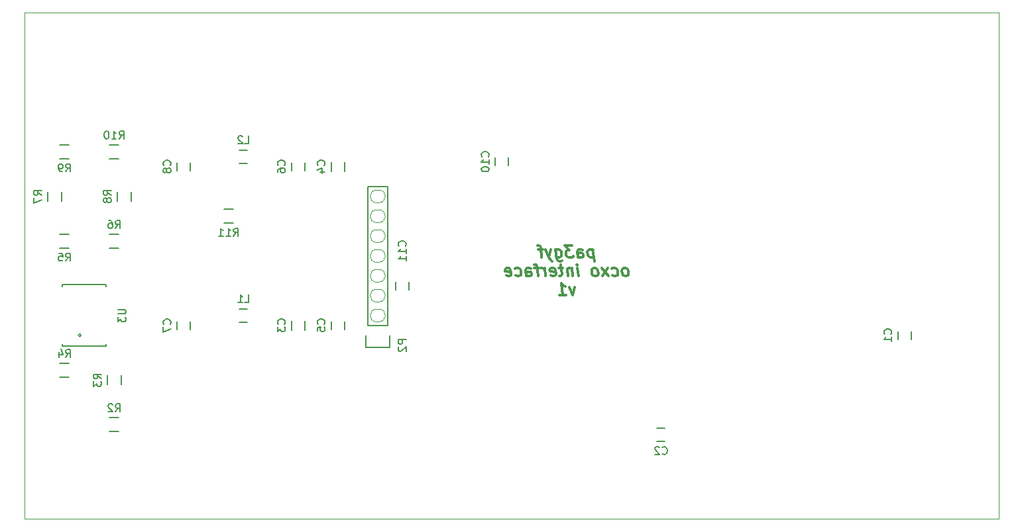
<source format=gbr>
G04 #@! TF.FileFunction,Legend,Bot*
%FSLAX46Y46*%
G04 Gerber Fmt 4.6, Leading zero omitted, Abs format (unit mm)*
G04 Created by KiCad (PCBNEW (after 2015-mar-04 BZR unknown)-product) date Mon 31 Oct 2016 03:55:16 PM CET*
%MOMM*%
G01*
G04 APERTURE LIST*
%ADD10C,0.100000*%
%ADD11C,0.300000*%
%ADD12C,0.150000*%
G04 APERTURE END LIST*
D10*
D11*
X122732678Y-80463571D02*
X122920178Y-81963571D01*
X122741607Y-80535000D02*
X122589821Y-80463571D01*
X122304107Y-80463571D01*
X122170179Y-80535000D01*
X122107679Y-80606429D01*
X122054107Y-80749286D01*
X122107678Y-81177857D01*
X122196964Y-81320714D01*
X122277322Y-81392143D01*
X122429107Y-81463571D01*
X122714821Y-81463571D01*
X122848750Y-81392143D01*
X120857678Y-81463571D02*
X120759464Y-80677857D01*
X120813036Y-80535000D01*
X120946964Y-80463571D01*
X121232678Y-80463571D01*
X121384464Y-80535000D01*
X120848750Y-81392143D02*
X121000535Y-81463571D01*
X121357678Y-81463571D01*
X121491607Y-81392143D01*
X121545179Y-81249286D01*
X121527322Y-81106429D01*
X121438035Y-80963571D01*
X121286250Y-80892143D01*
X120929107Y-80892143D01*
X120777321Y-80820714D01*
X120098749Y-79963571D02*
X119170178Y-79963571D01*
X119741607Y-80535000D01*
X119527321Y-80535000D01*
X119393393Y-80606429D01*
X119330892Y-80677857D01*
X119277321Y-80820714D01*
X119321964Y-81177857D01*
X119411249Y-81320714D01*
X119491607Y-81392143D01*
X119643392Y-81463571D01*
X120071964Y-81463571D01*
X120205893Y-81392143D01*
X120268392Y-81320714D01*
X117946964Y-80463571D02*
X118098750Y-81677857D01*
X118188036Y-81820714D01*
X118268393Y-81892143D01*
X118420178Y-81963571D01*
X118634464Y-81963571D01*
X118768393Y-81892143D01*
X118063036Y-81392143D02*
X118214821Y-81463571D01*
X118500535Y-81463571D01*
X118634465Y-81392143D01*
X118696964Y-81320714D01*
X118750536Y-81177857D01*
X118696965Y-80749286D01*
X118607679Y-80606429D01*
X118527322Y-80535000D01*
X118375535Y-80463571D01*
X118089821Y-80463571D01*
X117955893Y-80535000D01*
X117375535Y-80463571D02*
X117143392Y-81463571D01*
X116661250Y-80463571D02*
X117143392Y-81463571D01*
X117330893Y-81820714D01*
X117411250Y-81892143D01*
X117563035Y-81963571D01*
X116304107Y-80463571D02*
X115732678Y-80463571D01*
X116214821Y-81463571D02*
X116054107Y-80177857D01*
X115964822Y-80035000D01*
X115813035Y-79963571D01*
X115670178Y-79963571D01*
X127036249Y-83863571D02*
X127170179Y-83792143D01*
X127232678Y-83720714D01*
X127286250Y-83577857D01*
X127232679Y-83149286D01*
X127143393Y-83006429D01*
X127063036Y-82935000D01*
X126911249Y-82863571D01*
X126696964Y-82863571D01*
X126563036Y-82935000D01*
X126500536Y-83006429D01*
X126446964Y-83149286D01*
X126500535Y-83577857D01*
X126589821Y-83720714D01*
X126670179Y-83792143D01*
X126821964Y-83863571D01*
X127036249Y-83863571D01*
X125241607Y-83792143D02*
X125393392Y-83863571D01*
X125679106Y-83863571D01*
X125813036Y-83792143D01*
X125875535Y-83720714D01*
X125929107Y-83577857D01*
X125875536Y-83149286D01*
X125786250Y-83006429D01*
X125705893Y-82935000D01*
X125554106Y-82863571D01*
X125268392Y-82863571D01*
X125134464Y-82935000D01*
X124750535Y-83863571D02*
X123839821Y-82863571D01*
X124625535Y-82863571D02*
X123964821Y-83863571D01*
X123179106Y-83863571D02*
X123313036Y-83792143D01*
X123375535Y-83720714D01*
X123429107Y-83577857D01*
X123375536Y-83149286D01*
X123286250Y-83006429D01*
X123205893Y-82935000D01*
X123054106Y-82863571D01*
X122839821Y-82863571D01*
X122705893Y-82935000D01*
X122643393Y-83006429D01*
X122589821Y-83149286D01*
X122643392Y-83577857D01*
X122732678Y-83720714D01*
X122813036Y-83792143D01*
X122964821Y-83863571D01*
X123179106Y-83863571D01*
X120893392Y-83863571D02*
X120768392Y-82863571D01*
X120705892Y-82363571D02*
X120786250Y-82435000D01*
X120723750Y-82506429D01*
X120643393Y-82435000D01*
X120705892Y-82363571D01*
X120723750Y-82506429D01*
X120054106Y-82863571D02*
X120179106Y-83863571D01*
X120071964Y-83006429D02*
X119991607Y-82935000D01*
X119839820Y-82863571D01*
X119625535Y-82863571D01*
X119491607Y-82935000D01*
X119438035Y-83077857D01*
X119536249Y-83863571D01*
X118911249Y-82863571D02*
X118339820Y-82863571D01*
X118634463Y-82363571D02*
X118795178Y-83649286D01*
X118741607Y-83792143D01*
X118607677Y-83863571D01*
X118464820Y-83863571D01*
X117384464Y-83792143D02*
X117536249Y-83863571D01*
X117821963Y-83863571D01*
X117955892Y-83792143D01*
X118009464Y-83649286D01*
X117938035Y-83077857D01*
X117848749Y-82935000D01*
X117696963Y-82863571D01*
X117411249Y-82863571D01*
X117277321Y-82935000D01*
X117223749Y-83077857D01*
X117241606Y-83220714D01*
X117973749Y-83363571D01*
X116679106Y-83863571D02*
X116554106Y-82863571D01*
X116589821Y-83149286D02*
X116500536Y-83006429D01*
X116420178Y-82935000D01*
X116268392Y-82863571D01*
X116125535Y-82863571D01*
X115839821Y-82863571D02*
X115268392Y-82863571D01*
X115750535Y-83863571D02*
X115589821Y-82577857D01*
X115500536Y-82435000D01*
X115348749Y-82363571D01*
X115205892Y-82363571D01*
X114250535Y-83863571D02*
X114152321Y-83077857D01*
X114205893Y-82935000D01*
X114339821Y-82863571D01*
X114625535Y-82863571D01*
X114777321Y-82935000D01*
X114241607Y-83792143D02*
X114393392Y-83863571D01*
X114750535Y-83863571D01*
X114884464Y-83792143D01*
X114938036Y-83649286D01*
X114920179Y-83506429D01*
X114830892Y-83363571D01*
X114679107Y-83292143D01*
X114321964Y-83292143D01*
X114170178Y-83220714D01*
X112884464Y-83792143D02*
X113036249Y-83863571D01*
X113321963Y-83863571D01*
X113455893Y-83792143D01*
X113518392Y-83720714D01*
X113571964Y-83577857D01*
X113518393Y-83149286D01*
X113429107Y-83006429D01*
X113348750Y-82935000D01*
X113196963Y-82863571D01*
X112911249Y-82863571D01*
X112777321Y-82935000D01*
X111670179Y-83792143D02*
X111821964Y-83863571D01*
X112107678Y-83863571D01*
X112241607Y-83792143D01*
X112295179Y-83649286D01*
X112223750Y-83077857D01*
X112134464Y-82935000D01*
X111982678Y-82863571D01*
X111696964Y-82863571D01*
X111563036Y-82935000D01*
X111509464Y-83077857D01*
X111527321Y-83220714D01*
X112259464Y-83363571D01*
X120411249Y-85263571D02*
X120179106Y-86263571D01*
X119696964Y-85263571D01*
X118464821Y-86263571D02*
X119321964Y-86263571D01*
X118893392Y-86263571D02*
X118705892Y-84763571D01*
X118875535Y-84977857D01*
X119036250Y-85120714D01*
X119188036Y-85192143D01*
D10*
X50165000Y-114935000D02*
X50165000Y-50165000D01*
X174625000Y-114935000D02*
X50165000Y-114935000D01*
X174625000Y-50165000D02*
X174625000Y-114935000D01*
X50165000Y-50165000D02*
X174625000Y-50165000D01*
D12*
X161710000Y-91940000D02*
X161710000Y-90940000D01*
X163410000Y-90940000D02*
X163410000Y-91940000D01*
X131945000Y-104990000D02*
X130945000Y-104990000D01*
X130945000Y-103290000D02*
X131945000Y-103290000D01*
X85965000Y-90770000D02*
X85965000Y-89570000D01*
X84215000Y-89570000D02*
X84215000Y-90770000D01*
X91045000Y-70450000D02*
X91045000Y-69250000D01*
X89295000Y-69250000D02*
X89295000Y-70450000D01*
X89320000Y-90670000D02*
X89320000Y-89670000D01*
X91020000Y-89670000D02*
X91020000Y-90670000D01*
X84240000Y-70350000D02*
X84240000Y-69350000D01*
X85940000Y-69350000D02*
X85940000Y-70350000D01*
X69635000Y-90670000D02*
X69635000Y-89670000D01*
X71335000Y-89670000D02*
X71335000Y-90670000D01*
X69635000Y-70350000D02*
X69635000Y-69350000D01*
X71335000Y-69350000D02*
X71335000Y-70350000D01*
X110275000Y-69715000D02*
X110275000Y-68715000D01*
X111975000Y-68715000D02*
X111975000Y-69715000D01*
X77605000Y-88050000D02*
X78605000Y-88050000D01*
X78605000Y-89750000D02*
X77605000Y-89750000D01*
X77605000Y-67730000D02*
X78605000Y-67730000D01*
X78605000Y-69430000D02*
X77605000Y-69430000D01*
X93980000Y-90170000D02*
X93980000Y-72390000D01*
X93980000Y-72390000D02*
X96520000Y-72390000D01*
X96520000Y-72390000D02*
X96520000Y-90170000D01*
X93700000Y-92990000D02*
X93700000Y-91440000D01*
X93980000Y-90170000D02*
X96520000Y-90170000D01*
X96800000Y-91440000D02*
X96800000Y-92990000D01*
X96800000Y-92990000D02*
X93700000Y-92990000D01*
X60995000Y-103745000D02*
X62195000Y-103745000D01*
X62195000Y-101995000D02*
X60995000Y-101995000D01*
X62470000Y-97755000D02*
X62470000Y-96555000D01*
X60720000Y-96555000D02*
X60720000Y-97755000D01*
X54645000Y-96760000D02*
X55845000Y-96760000D01*
X55845000Y-95010000D02*
X54645000Y-95010000D01*
X55845000Y-78500000D02*
X54645000Y-78500000D01*
X54645000Y-80250000D02*
X55845000Y-80250000D01*
X60995000Y-80250000D02*
X62195000Y-80250000D01*
X62195000Y-78500000D02*
X60995000Y-78500000D01*
X54850000Y-74260000D02*
X54850000Y-73060000D01*
X53100000Y-73060000D02*
X53100000Y-74260000D01*
X63740000Y-74260000D02*
X63740000Y-73060000D01*
X61990000Y-73060000D02*
X61990000Y-74260000D01*
X55845000Y-67070000D02*
X54645000Y-67070000D01*
X54645000Y-68820000D02*
X55845000Y-68820000D01*
X60995000Y-68820000D02*
X62195000Y-68820000D01*
X62195000Y-67070000D02*
X60995000Y-67070000D01*
X57329605Y-91440000D02*
G75*
G03X57329605Y-91440000I-179605J0D01*
G01*
X60579000Y-84963000D02*
X60579000Y-85217000D01*
X54991000Y-84963000D02*
X54991000Y-85217000D01*
X54991000Y-84963000D02*
X60579000Y-84963000D01*
X54991000Y-92837000D02*
X54991000Y-92583000D01*
X60579000Y-92837000D02*
X60579000Y-92583000D01*
X54991000Y-92837000D02*
X60579000Y-92837000D01*
X76800000Y-75325000D02*
X75600000Y-75325000D01*
X75600000Y-77075000D02*
X76800000Y-77075000D01*
X99275000Y-84590000D02*
X99275000Y-85590000D01*
X97575000Y-85590000D02*
X97575000Y-84590000D01*
D10*
X95097600Y-89713600D02*
X95402400Y-89713600D01*
X95097600Y-88086400D02*
X95402400Y-88086400D01*
X95402400Y-89713600D02*
G75*
G03X95402400Y-88086400I0J813600D01*
G01*
X95097600Y-88086400D02*
G75*
G03X95097600Y-89713600I0J-813600D01*
G01*
X95097600Y-87173600D02*
X95402400Y-87173600D01*
X95097600Y-85546400D02*
X95402400Y-85546400D01*
X95402400Y-87173600D02*
G75*
G03X95402400Y-85546400I0J813600D01*
G01*
X95097600Y-85546400D02*
G75*
G03X95097600Y-87173600I0J-813600D01*
G01*
X95097600Y-84633600D02*
X95402400Y-84633600D01*
X95097600Y-83006400D02*
X95402400Y-83006400D01*
X95402400Y-84633600D02*
G75*
G03X95402400Y-83006400I0J813600D01*
G01*
X95097600Y-83006400D02*
G75*
G03X95097600Y-84633600I0J-813600D01*
G01*
X95097600Y-82093600D02*
X95402400Y-82093600D01*
X95097600Y-80466400D02*
X95402400Y-80466400D01*
X95402400Y-82093600D02*
G75*
G03X95402400Y-80466400I0J813600D01*
G01*
X95097600Y-80466400D02*
G75*
G03X95097600Y-82093600I0J-813600D01*
G01*
X95097600Y-79553600D02*
X95402400Y-79553600D01*
X95097600Y-77926400D02*
X95402400Y-77926400D01*
X95402400Y-79553600D02*
G75*
G03X95402400Y-77926400I0J813600D01*
G01*
X95097600Y-77926400D02*
G75*
G03X95097600Y-79553600I0J-813600D01*
G01*
X95097600Y-77013600D02*
X95402400Y-77013600D01*
X95097600Y-75386400D02*
X95402400Y-75386400D01*
X95402400Y-77013600D02*
G75*
G03X95402400Y-75386400I0J813600D01*
G01*
X95097600Y-75386400D02*
G75*
G03X95097600Y-77013600I0J-813600D01*
G01*
X95097600Y-74473600D02*
X95402400Y-74473600D01*
X95097600Y-72846400D02*
X95402400Y-72846400D01*
X95402400Y-74473600D02*
G75*
G03X95402400Y-72846400I0J813600D01*
G01*
X95097600Y-72846400D02*
G75*
G03X95097600Y-74473600I0J-813600D01*
G01*
D12*
X160817143Y-91273334D02*
X160864762Y-91225715D01*
X160912381Y-91082858D01*
X160912381Y-90987620D01*
X160864762Y-90844762D01*
X160769524Y-90749524D01*
X160674286Y-90701905D01*
X160483810Y-90654286D01*
X160340952Y-90654286D01*
X160150476Y-90701905D01*
X160055238Y-90749524D01*
X159960000Y-90844762D01*
X159912381Y-90987620D01*
X159912381Y-91082858D01*
X159960000Y-91225715D01*
X160007619Y-91273334D01*
X160912381Y-92225715D02*
X160912381Y-91654286D01*
X160912381Y-91940000D02*
X159912381Y-91940000D01*
X160055238Y-91844762D01*
X160150476Y-91749524D01*
X160198095Y-91654286D01*
X131611666Y-106597143D02*
X131659285Y-106644762D01*
X131802142Y-106692381D01*
X131897380Y-106692381D01*
X132040238Y-106644762D01*
X132135476Y-106549524D01*
X132183095Y-106454286D01*
X132230714Y-106263810D01*
X132230714Y-106120952D01*
X132183095Y-105930476D01*
X132135476Y-105835238D01*
X132040238Y-105740000D01*
X131897380Y-105692381D01*
X131802142Y-105692381D01*
X131659285Y-105740000D01*
X131611666Y-105787619D01*
X131230714Y-105787619D02*
X131183095Y-105740000D01*
X131087857Y-105692381D01*
X130849761Y-105692381D01*
X130754523Y-105740000D01*
X130706904Y-105787619D01*
X130659285Y-105882857D01*
X130659285Y-105978095D01*
X130706904Y-106120952D01*
X131278333Y-106692381D01*
X130659285Y-106692381D01*
X83347143Y-90003334D02*
X83394762Y-89955715D01*
X83442381Y-89812858D01*
X83442381Y-89717620D01*
X83394762Y-89574762D01*
X83299524Y-89479524D01*
X83204286Y-89431905D01*
X83013810Y-89384286D01*
X82870952Y-89384286D01*
X82680476Y-89431905D01*
X82585238Y-89479524D01*
X82490000Y-89574762D01*
X82442381Y-89717620D01*
X82442381Y-89812858D01*
X82490000Y-89955715D01*
X82537619Y-90003334D01*
X82442381Y-90336667D02*
X82442381Y-90955715D01*
X82823333Y-90622381D01*
X82823333Y-90765239D01*
X82870952Y-90860477D01*
X82918571Y-90908096D01*
X83013810Y-90955715D01*
X83251905Y-90955715D01*
X83347143Y-90908096D01*
X83394762Y-90860477D01*
X83442381Y-90765239D01*
X83442381Y-90479524D01*
X83394762Y-90384286D01*
X83347143Y-90336667D01*
X88427143Y-69683334D02*
X88474762Y-69635715D01*
X88522381Y-69492858D01*
X88522381Y-69397620D01*
X88474762Y-69254762D01*
X88379524Y-69159524D01*
X88284286Y-69111905D01*
X88093810Y-69064286D01*
X87950952Y-69064286D01*
X87760476Y-69111905D01*
X87665238Y-69159524D01*
X87570000Y-69254762D01*
X87522381Y-69397620D01*
X87522381Y-69492858D01*
X87570000Y-69635715D01*
X87617619Y-69683334D01*
X87855714Y-70540477D02*
X88522381Y-70540477D01*
X87474762Y-70302381D02*
X88189048Y-70064286D01*
X88189048Y-70683334D01*
X88427143Y-90003334D02*
X88474762Y-89955715D01*
X88522381Y-89812858D01*
X88522381Y-89717620D01*
X88474762Y-89574762D01*
X88379524Y-89479524D01*
X88284286Y-89431905D01*
X88093810Y-89384286D01*
X87950952Y-89384286D01*
X87760476Y-89431905D01*
X87665238Y-89479524D01*
X87570000Y-89574762D01*
X87522381Y-89717620D01*
X87522381Y-89812858D01*
X87570000Y-89955715D01*
X87617619Y-90003334D01*
X87522381Y-90908096D02*
X87522381Y-90431905D01*
X87998571Y-90384286D01*
X87950952Y-90431905D01*
X87903333Y-90527143D01*
X87903333Y-90765239D01*
X87950952Y-90860477D01*
X87998571Y-90908096D01*
X88093810Y-90955715D01*
X88331905Y-90955715D01*
X88427143Y-90908096D01*
X88474762Y-90860477D01*
X88522381Y-90765239D01*
X88522381Y-90527143D01*
X88474762Y-90431905D01*
X88427143Y-90384286D01*
X83347143Y-69683334D02*
X83394762Y-69635715D01*
X83442381Y-69492858D01*
X83442381Y-69397620D01*
X83394762Y-69254762D01*
X83299524Y-69159524D01*
X83204286Y-69111905D01*
X83013810Y-69064286D01*
X82870952Y-69064286D01*
X82680476Y-69111905D01*
X82585238Y-69159524D01*
X82490000Y-69254762D01*
X82442381Y-69397620D01*
X82442381Y-69492858D01*
X82490000Y-69635715D01*
X82537619Y-69683334D01*
X82442381Y-70540477D02*
X82442381Y-70350000D01*
X82490000Y-70254762D01*
X82537619Y-70207143D01*
X82680476Y-70111905D01*
X82870952Y-70064286D01*
X83251905Y-70064286D01*
X83347143Y-70111905D01*
X83394762Y-70159524D01*
X83442381Y-70254762D01*
X83442381Y-70445239D01*
X83394762Y-70540477D01*
X83347143Y-70588096D01*
X83251905Y-70635715D01*
X83013810Y-70635715D01*
X82918571Y-70588096D01*
X82870952Y-70540477D01*
X82823333Y-70445239D01*
X82823333Y-70254762D01*
X82870952Y-70159524D01*
X82918571Y-70111905D01*
X83013810Y-70064286D01*
X68742143Y-90003334D02*
X68789762Y-89955715D01*
X68837381Y-89812858D01*
X68837381Y-89717620D01*
X68789762Y-89574762D01*
X68694524Y-89479524D01*
X68599286Y-89431905D01*
X68408810Y-89384286D01*
X68265952Y-89384286D01*
X68075476Y-89431905D01*
X67980238Y-89479524D01*
X67885000Y-89574762D01*
X67837381Y-89717620D01*
X67837381Y-89812858D01*
X67885000Y-89955715D01*
X67932619Y-90003334D01*
X67837381Y-90336667D02*
X67837381Y-91003334D01*
X68837381Y-90574762D01*
X68742143Y-69683334D02*
X68789762Y-69635715D01*
X68837381Y-69492858D01*
X68837381Y-69397620D01*
X68789762Y-69254762D01*
X68694524Y-69159524D01*
X68599286Y-69111905D01*
X68408810Y-69064286D01*
X68265952Y-69064286D01*
X68075476Y-69111905D01*
X67980238Y-69159524D01*
X67885000Y-69254762D01*
X67837381Y-69397620D01*
X67837381Y-69492858D01*
X67885000Y-69635715D01*
X67932619Y-69683334D01*
X68265952Y-70254762D02*
X68218333Y-70159524D01*
X68170714Y-70111905D01*
X68075476Y-70064286D01*
X68027857Y-70064286D01*
X67932619Y-70111905D01*
X67885000Y-70159524D01*
X67837381Y-70254762D01*
X67837381Y-70445239D01*
X67885000Y-70540477D01*
X67932619Y-70588096D01*
X68027857Y-70635715D01*
X68075476Y-70635715D01*
X68170714Y-70588096D01*
X68218333Y-70540477D01*
X68265952Y-70445239D01*
X68265952Y-70254762D01*
X68313571Y-70159524D01*
X68361190Y-70111905D01*
X68456429Y-70064286D01*
X68646905Y-70064286D01*
X68742143Y-70111905D01*
X68789762Y-70159524D01*
X68837381Y-70254762D01*
X68837381Y-70445239D01*
X68789762Y-70540477D01*
X68742143Y-70588096D01*
X68646905Y-70635715D01*
X68456429Y-70635715D01*
X68361190Y-70588096D01*
X68313571Y-70540477D01*
X68265952Y-70445239D01*
X109382143Y-68572143D02*
X109429762Y-68524524D01*
X109477381Y-68381667D01*
X109477381Y-68286429D01*
X109429762Y-68143571D01*
X109334524Y-68048333D01*
X109239286Y-68000714D01*
X109048810Y-67953095D01*
X108905952Y-67953095D01*
X108715476Y-68000714D01*
X108620238Y-68048333D01*
X108525000Y-68143571D01*
X108477381Y-68286429D01*
X108477381Y-68381667D01*
X108525000Y-68524524D01*
X108572619Y-68572143D01*
X109477381Y-69524524D02*
X109477381Y-68953095D01*
X109477381Y-69238809D02*
X108477381Y-69238809D01*
X108620238Y-69143571D01*
X108715476Y-69048333D01*
X108763095Y-68953095D01*
X108477381Y-70143571D02*
X108477381Y-70238810D01*
X108525000Y-70334048D01*
X108572619Y-70381667D01*
X108667857Y-70429286D01*
X108858333Y-70476905D01*
X109096429Y-70476905D01*
X109286905Y-70429286D01*
X109382143Y-70381667D01*
X109429762Y-70334048D01*
X109477381Y-70238810D01*
X109477381Y-70143571D01*
X109429762Y-70048333D01*
X109382143Y-70000714D01*
X109286905Y-69953095D01*
X109096429Y-69905476D01*
X108858333Y-69905476D01*
X108667857Y-69953095D01*
X108572619Y-70000714D01*
X108525000Y-70048333D01*
X108477381Y-70143571D01*
X78271666Y-87252381D02*
X78747857Y-87252381D01*
X78747857Y-86252381D01*
X77414523Y-87252381D02*
X77985952Y-87252381D01*
X77700238Y-87252381D02*
X77700238Y-86252381D01*
X77795476Y-86395238D01*
X77890714Y-86490476D01*
X77985952Y-86538095D01*
X78271666Y-66932381D02*
X78747857Y-66932381D01*
X78747857Y-65932381D01*
X77985952Y-66027619D02*
X77938333Y-65980000D01*
X77843095Y-65932381D01*
X77604999Y-65932381D01*
X77509761Y-65980000D01*
X77462142Y-66027619D01*
X77414523Y-66122857D01*
X77414523Y-66218095D01*
X77462142Y-66360952D01*
X78033571Y-66932381D01*
X77414523Y-66932381D01*
X98877381Y-91971905D02*
X97877381Y-91971905D01*
X97877381Y-92352858D01*
X97925000Y-92448096D01*
X97972619Y-92495715D01*
X98067857Y-92543334D01*
X98210714Y-92543334D01*
X98305952Y-92495715D01*
X98353571Y-92448096D01*
X98401190Y-92352858D01*
X98401190Y-91971905D01*
X97972619Y-92924286D02*
X97925000Y-92971905D01*
X97877381Y-93067143D01*
X97877381Y-93305239D01*
X97925000Y-93400477D01*
X97972619Y-93448096D01*
X98067857Y-93495715D01*
X98163095Y-93495715D01*
X98305952Y-93448096D01*
X98877381Y-92876667D01*
X98877381Y-93495715D01*
X61761666Y-101222381D02*
X62095000Y-100746190D01*
X62333095Y-101222381D02*
X62333095Y-100222381D01*
X61952142Y-100222381D01*
X61856904Y-100270000D01*
X61809285Y-100317619D01*
X61761666Y-100412857D01*
X61761666Y-100555714D01*
X61809285Y-100650952D01*
X61856904Y-100698571D01*
X61952142Y-100746190D01*
X62333095Y-100746190D01*
X61380714Y-100317619D02*
X61333095Y-100270000D01*
X61237857Y-100222381D01*
X60999761Y-100222381D01*
X60904523Y-100270000D01*
X60856904Y-100317619D01*
X60809285Y-100412857D01*
X60809285Y-100508095D01*
X60856904Y-100650952D01*
X61428333Y-101222381D01*
X60809285Y-101222381D01*
X59947381Y-96988334D02*
X59471190Y-96655000D01*
X59947381Y-96416905D02*
X58947381Y-96416905D01*
X58947381Y-96797858D01*
X58995000Y-96893096D01*
X59042619Y-96940715D01*
X59137857Y-96988334D01*
X59280714Y-96988334D01*
X59375952Y-96940715D01*
X59423571Y-96893096D01*
X59471190Y-96797858D01*
X59471190Y-96416905D01*
X58947381Y-97321667D02*
X58947381Y-97940715D01*
X59328333Y-97607381D01*
X59328333Y-97750239D01*
X59375952Y-97845477D01*
X59423571Y-97893096D01*
X59518810Y-97940715D01*
X59756905Y-97940715D01*
X59852143Y-97893096D01*
X59899762Y-97845477D01*
X59947381Y-97750239D01*
X59947381Y-97464524D01*
X59899762Y-97369286D01*
X59852143Y-97321667D01*
X55411666Y-94237381D02*
X55745000Y-93761190D01*
X55983095Y-94237381D02*
X55983095Y-93237381D01*
X55602142Y-93237381D01*
X55506904Y-93285000D01*
X55459285Y-93332619D01*
X55411666Y-93427857D01*
X55411666Y-93570714D01*
X55459285Y-93665952D01*
X55506904Y-93713571D01*
X55602142Y-93761190D01*
X55983095Y-93761190D01*
X54554523Y-93570714D02*
X54554523Y-94237381D01*
X54792619Y-93189762D02*
X55030714Y-93904048D01*
X54411666Y-93904048D01*
X55411666Y-81927381D02*
X55745000Y-81451190D01*
X55983095Y-81927381D02*
X55983095Y-80927381D01*
X55602142Y-80927381D01*
X55506904Y-80975000D01*
X55459285Y-81022619D01*
X55411666Y-81117857D01*
X55411666Y-81260714D01*
X55459285Y-81355952D01*
X55506904Y-81403571D01*
X55602142Y-81451190D01*
X55983095Y-81451190D01*
X54506904Y-80927381D02*
X54983095Y-80927381D01*
X55030714Y-81403571D01*
X54983095Y-81355952D01*
X54887857Y-81308333D01*
X54649761Y-81308333D01*
X54554523Y-81355952D01*
X54506904Y-81403571D01*
X54459285Y-81498810D01*
X54459285Y-81736905D01*
X54506904Y-81832143D01*
X54554523Y-81879762D01*
X54649761Y-81927381D01*
X54887857Y-81927381D01*
X54983095Y-81879762D01*
X55030714Y-81832143D01*
X61761666Y-77727381D02*
X62095000Y-77251190D01*
X62333095Y-77727381D02*
X62333095Y-76727381D01*
X61952142Y-76727381D01*
X61856904Y-76775000D01*
X61809285Y-76822619D01*
X61761666Y-76917857D01*
X61761666Y-77060714D01*
X61809285Y-77155952D01*
X61856904Y-77203571D01*
X61952142Y-77251190D01*
X62333095Y-77251190D01*
X60904523Y-76727381D02*
X61095000Y-76727381D01*
X61190238Y-76775000D01*
X61237857Y-76822619D01*
X61333095Y-76965476D01*
X61380714Y-77155952D01*
X61380714Y-77536905D01*
X61333095Y-77632143D01*
X61285476Y-77679762D01*
X61190238Y-77727381D01*
X60999761Y-77727381D01*
X60904523Y-77679762D01*
X60856904Y-77632143D01*
X60809285Y-77536905D01*
X60809285Y-77298810D01*
X60856904Y-77203571D01*
X60904523Y-77155952D01*
X60999761Y-77108333D01*
X61190238Y-77108333D01*
X61285476Y-77155952D01*
X61333095Y-77203571D01*
X61380714Y-77298810D01*
X52327381Y-73493334D02*
X51851190Y-73160000D01*
X52327381Y-72921905D02*
X51327381Y-72921905D01*
X51327381Y-73302858D01*
X51375000Y-73398096D01*
X51422619Y-73445715D01*
X51517857Y-73493334D01*
X51660714Y-73493334D01*
X51755952Y-73445715D01*
X51803571Y-73398096D01*
X51851190Y-73302858D01*
X51851190Y-72921905D01*
X51327381Y-73826667D02*
X51327381Y-74493334D01*
X52327381Y-74064762D01*
X61217381Y-73493334D02*
X60741190Y-73160000D01*
X61217381Y-72921905D02*
X60217381Y-72921905D01*
X60217381Y-73302858D01*
X60265000Y-73398096D01*
X60312619Y-73445715D01*
X60407857Y-73493334D01*
X60550714Y-73493334D01*
X60645952Y-73445715D01*
X60693571Y-73398096D01*
X60741190Y-73302858D01*
X60741190Y-72921905D01*
X60645952Y-74064762D02*
X60598333Y-73969524D01*
X60550714Y-73921905D01*
X60455476Y-73874286D01*
X60407857Y-73874286D01*
X60312619Y-73921905D01*
X60265000Y-73969524D01*
X60217381Y-74064762D01*
X60217381Y-74255239D01*
X60265000Y-74350477D01*
X60312619Y-74398096D01*
X60407857Y-74445715D01*
X60455476Y-74445715D01*
X60550714Y-74398096D01*
X60598333Y-74350477D01*
X60645952Y-74255239D01*
X60645952Y-74064762D01*
X60693571Y-73969524D01*
X60741190Y-73921905D01*
X60836429Y-73874286D01*
X61026905Y-73874286D01*
X61122143Y-73921905D01*
X61169762Y-73969524D01*
X61217381Y-74064762D01*
X61217381Y-74255239D01*
X61169762Y-74350477D01*
X61122143Y-74398096D01*
X61026905Y-74445715D01*
X60836429Y-74445715D01*
X60741190Y-74398096D01*
X60693571Y-74350477D01*
X60645952Y-74255239D01*
X55411666Y-70497381D02*
X55745000Y-70021190D01*
X55983095Y-70497381D02*
X55983095Y-69497381D01*
X55602142Y-69497381D01*
X55506904Y-69545000D01*
X55459285Y-69592619D01*
X55411666Y-69687857D01*
X55411666Y-69830714D01*
X55459285Y-69925952D01*
X55506904Y-69973571D01*
X55602142Y-70021190D01*
X55983095Y-70021190D01*
X54935476Y-70497381D02*
X54745000Y-70497381D01*
X54649761Y-70449762D01*
X54602142Y-70402143D01*
X54506904Y-70259286D01*
X54459285Y-70068810D01*
X54459285Y-69687857D01*
X54506904Y-69592619D01*
X54554523Y-69545000D01*
X54649761Y-69497381D01*
X54840238Y-69497381D01*
X54935476Y-69545000D01*
X54983095Y-69592619D01*
X55030714Y-69687857D01*
X55030714Y-69925952D01*
X54983095Y-70021190D01*
X54935476Y-70068810D01*
X54840238Y-70116429D01*
X54649761Y-70116429D01*
X54554523Y-70068810D01*
X54506904Y-70021190D01*
X54459285Y-69925952D01*
X62237857Y-66297381D02*
X62571191Y-65821190D01*
X62809286Y-66297381D02*
X62809286Y-65297381D01*
X62428333Y-65297381D01*
X62333095Y-65345000D01*
X62285476Y-65392619D01*
X62237857Y-65487857D01*
X62237857Y-65630714D01*
X62285476Y-65725952D01*
X62333095Y-65773571D01*
X62428333Y-65821190D01*
X62809286Y-65821190D01*
X61285476Y-66297381D02*
X61856905Y-66297381D01*
X61571191Y-66297381D02*
X61571191Y-65297381D01*
X61666429Y-65440238D01*
X61761667Y-65535476D01*
X61856905Y-65583095D01*
X60666429Y-65297381D02*
X60571190Y-65297381D01*
X60475952Y-65345000D01*
X60428333Y-65392619D01*
X60380714Y-65487857D01*
X60333095Y-65678333D01*
X60333095Y-65916429D01*
X60380714Y-66106905D01*
X60428333Y-66202143D01*
X60475952Y-66249762D01*
X60571190Y-66297381D01*
X60666429Y-66297381D01*
X60761667Y-66249762D01*
X60809286Y-66202143D01*
X60856905Y-66106905D01*
X60904524Y-65916429D01*
X60904524Y-65678333D01*
X60856905Y-65487857D01*
X60809286Y-65392619D01*
X60761667Y-65345000D01*
X60666429Y-65297381D01*
X62063381Y-88138095D02*
X62872905Y-88138095D01*
X62968143Y-88185714D01*
X63015762Y-88233333D01*
X63063381Y-88328571D01*
X63063381Y-88519048D01*
X63015762Y-88614286D01*
X62968143Y-88661905D01*
X62872905Y-88709524D01*
X62063381Y-88709524D01*
X62063381Y-89090476D02*
X62063381Y-89709524D01*
X62444333Y-89376190D01*
X62444333Y-89519048D01*
X62491952Y-89614286D01*
X62539571Y-89661905D01*
X62634810Y-89709524D01*
X62872905Y-89709524D01*
X62968143Y-89661905D01*
X63015762Y-89614286D01*
X63063381Y-89519048D01*
X63063381Y-89233333D01*
X63015762Y-89138095D01*
X62968143Y-89090476D01*
X76842857Y-78752381D02*
X77176191Y-78276190D01*
X77414286Y-78752381D02*
X77414286Y-77752381D01*
X77033333Y-77752381D01*
X76938095Y-77800000D01*
X76890476Y-77847619D01*
X76842857Y-77942857D01*
X76842857Y-78085714D01*
X76890476Y-78180952D01*
X76938095Y-78228571D01*
X77033333Y-78276190D01*
X77414286Y-78276190D01*
X75890476Y-78752381D02*
X76461905Y-78752381D01*
X76176191Y-78752381D02*
X76176191Y-77752381D01*
X76271429Y-77895238D01*
X76366667Y-77990476D01*
X76461905Y-78038095D01*
X74938095Y-78752381D02*
X75509524Y-78752381D01*
X75223810Y-78752381D02*
X75223810Y-77752381D01*
X75319048Y-77895238D01*
X75414286Y-77990476D01*
X75509524Y-78038095D01*
X98782143Y-80002143D02*
X98829762Y-79954524D01*
X98877381Y-79811667D01*
X98877381Y-79716429D01*
X98829762Y-79573571D01*
X98734524Y-79478333D01*
X98639286Y-79430714D01*
X98448810Y-79383095D01*
X98305952Y-79383095D01*
X98115476Y-79430714D01*
X98020238Y-79478333D01*
X97925000Y-79573571D01*
X97877381Y-79716429D01*
X97877381Y-79811667D01*
X97925000Y-79954524D01*
X97972619Y-80002143D01*
X98877381Y-80954524D02*
X98877381Y-80383095D01*
X98877381Y-80668809D02*
X97877381Y-80668809D01*
X98020238Y-80573571D01*
X98115476Y-80478333D01*
X98163095Y-80383095D01*
X98877381Y-81906905D02*
X98877381Y-81335476D01*
X98877381Y-81621190D02*
X97877381Y-81621190D01*
X98020238Y-81525952D01*
X98115476Y-81430714D01*
X98163095Y-81335476D01*
M02*

</source>
